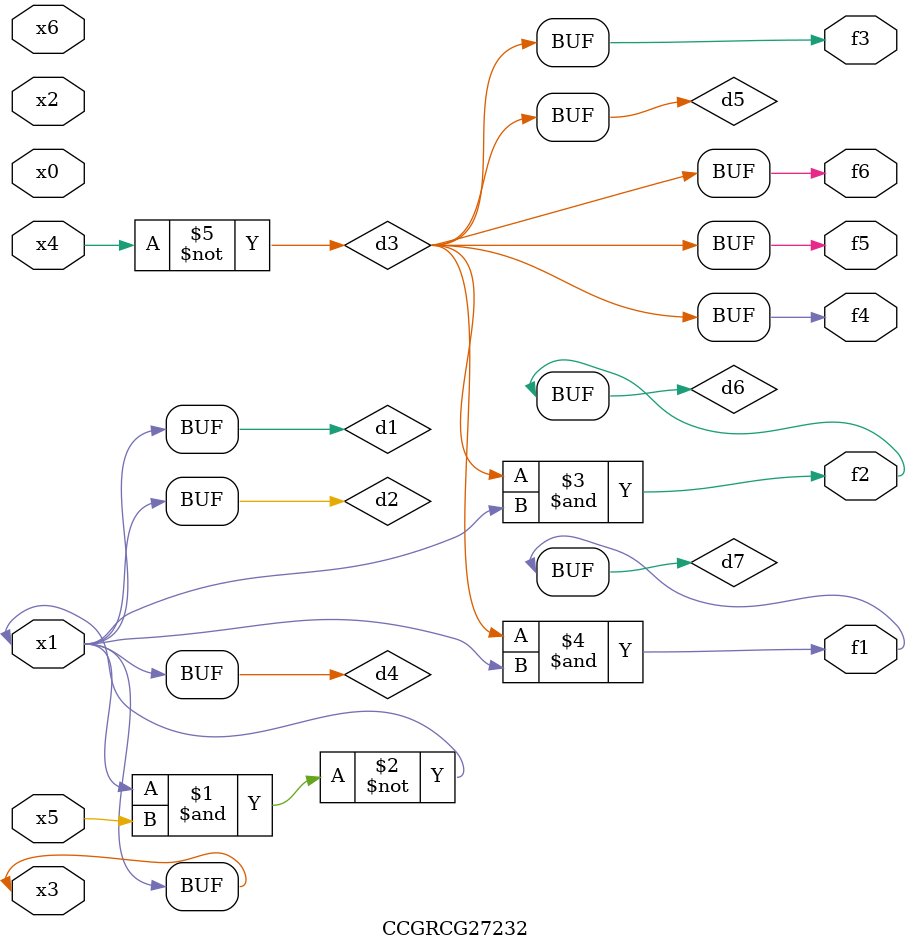
<source format=v>
module CCGRCG27232(
	input x0, x1, x2, x3, x4, x5, x6,
	output f1, f2, f3, f4, f5, f6
);

	wire d1, d2, d3, d4, d5, d6, d7;

	buf (d1, x1, x3);
	nand (d2, x1, x5);
	not (d3, x4);
	buf (d4, d1, d2);
	buf (d5, d3);
	and (d6, d3, d4);
	and (d7, d3, d4);
	assign f1 = d7;
	assign f2 = d6;
	assign f3 = d5;
	assign f4 = d5;
	assign f5 = d5;
	assign f6 = d5;
endmodule

</source>
